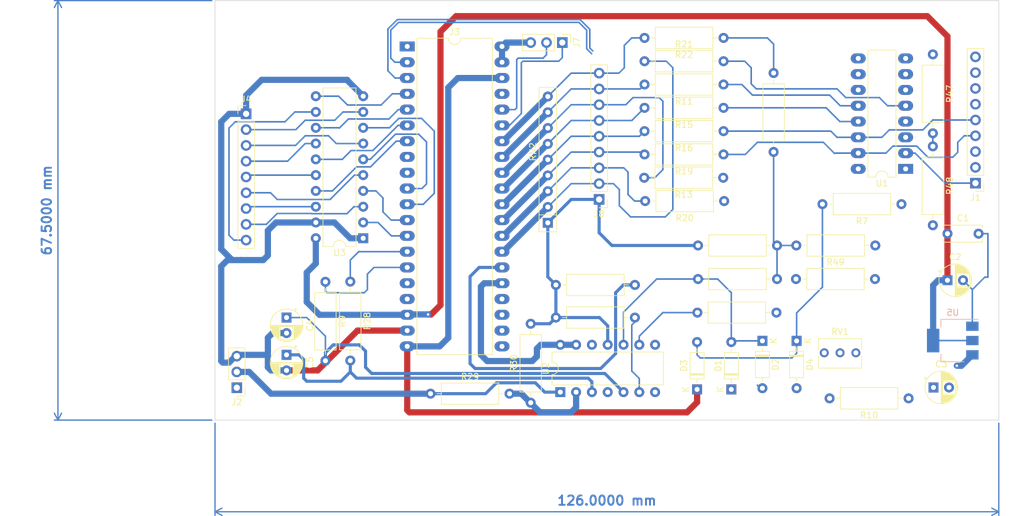
<source format=kicad_pcb>
(kicad_pcb (version 20221018) (generator pcbnew)
  (layers (0 "F.Cu" signal) (31 "B.Cu" signal) (34 "B.Paste" user) (35 "F.Paste" user) (36 "B.SilkS" user "B.Silkscreen") (37 "F.SilkS" user "F.Silkscreen") (38 "B.Mask" user) (39 "F.Mask" user) (44 "Edge.Cuts" user))
  (net 0 "")
  (net 1 "5V")
  (net 2 "GND")
  (net 3 "+12V")
  (net 4 "Net-(U2B-+)")
  (net 5 "Net-(U2A-+)")
  (net 6 "Net-(D1-A)")
  (net 7 "3V3")
  (net 8 "PA0")
  (net 9 "Net-(D3-A)")
  (net 10 "IN01")
  (net 11 "IN02")
  (net 12 "IN03")
  (net 13 "IN04")
  (net 14 "IN05")
  (net 15 "IN06")
  (net 16 "IN07")
  (net 17 "+{slash}-5V")
  (net 18 "AOUT01")
  (net 19 "AOUT02")
  (net 20 "PA11")
  (net 21 "PB11")
  (net 22 "PB10")
  (net 23 "PA1")
  (net 24 "PA12")
  (net 25 "PB8")
  (net 26 "PB9")
  (net 27 "VBAT")
  (net 28 "DOUT8")
  (net 29 "DOUT7")
  (net 30 "DOUT6")
  (net 31 "DOUT5")
  (net 32 "DOUT4")
  (net 33 "DOUT3")
  (net 34 "DOUT2")
  (net 35 "DOUT1")
  (net 36 "PB12")
  (net 37 "PB13")
  (net 38 "PB14")
  (net 39 "PB15")
  (net 40 "PA8")
  (net 41 "PA9")
  (net 42 "PA10")
  (net 43 "PC13")
  (net 44 "PC14")
  (net 45 "PA15")
  (net 46 "PB3")
  (net 47 "PB4")
  (net 48 "PB5")
  (net 49 "PB6")
  (net 50 "PB7")
  (net 51 "PC15")
  (net 52 "RST_BUTTON")
  (net 53 "Net-(R1-Pad2)")
  (net 54 "C01")
  (net 55 "OFFSET")
  (net 56 "C02")
  (net 57 "Net-(R47-Pad2)")
  (net 58 "Net-(U2B--)")
  (net 59 "Net-(U2C--)")
  (net 60 "MUX_OUT")
  (net 63 "C03")
  (net 64 "C04")
  (net 65 "C05")
  (net 66 "C06")
  (net 67 "C07")
  (net 68 "C08")
  (net 69 "Net-(U2A--)")
  (footprint "Connector_PinHeader_2.54mm:PinHeader_1x09_P2.54mm_Vertical" (layer "F.Cu") (at 124 94.22)
    (fp_text reference "J4")
    (fp_text value "Conn_01x09_Pin")
  )
  (footprint "Resistor_THT:R_Axial_DIN0309_L9.0mm_D3.2mm_P12.70mm_Horizontal" (layer "F.Cu") (at 140.75 121.215 -90)
    (fp_text reference "R28")
    (fp_text value "1k")
  )
  (footprint "Resistor_THT:R_Axial_DIN0309_L9.0mm_D3.2mm_P12.70mm_Horizontal" (layer "F.Cu") (at 200.75 93.25 180)
    (fp_text reference "R15")
    (fp_text value "10K")
  )
  (footprint "Resistor_THT:R_Axial_DIN0309_L9.0mm_D3.2mm_P12.70mm_Horizontal" (layer "F.Cu") (at 234.4 99.45 -90)
    (fp_text reference "R48")
    (fp_text value "33K")
  )
  (footprint "Connector_PinHeader_2.54mm:PinHeader_1x09_P2.54mm_Vertical" (layer "F.Cu") (at 241.25 105.37 180)
    (fp_text reference "J1")
    (fp_text value "Entradas analógicas")
  )
  (footprint "Resistor_THT:R_Axial_DIN0309_L9.0mm_D3.2mm_P12.70mm_Horizontal" (layer "F.Cu") (at 229.35 108.75 180)
    (fp_text reference "R7")
    (fp_text value "680")
  )
  (footprint "Diode_THT:D_DO-35_SOD27_P7.62mm_Horizontal" (layer "F.Cu") (at 207 130.75 -90)
    (fp_text reference "D2")
    (fp_text value "1N6263")
  )
  (footprint "Connector_PinHeader_2.54mm:PinHeader_1x09_P2.54mm_Vertical" (layer "F.Cu") (at 180.75 107.99 180)
    (fp_text reference "J8")
    (fp_text value "C_Network08")
  )
  (footprint "Capacitor_THT:CP_Radial_D5.0mm_P2.50mm" (layer "F.Cu") (at 234.5 138.25)
    (fp_text reference "C3")
    (fp_text value "100n")
  )
  (footprint "Connector_PinHeader_2.54mm:PinHeader_1x03_P2.54mm_Vertical" (layer "F.Cu") (at 122.5 138.29 180)
    (fp_text reference "J2")
    (fp_text value "Conector_salidas_analógicas")
  )
  (footprint "Resistor_THT:R_Axial_DIN0309_L9.0mm_D3.2mm_P12.70mm_Horizontal" (layer "F.Cu") (at 186.5 127 180)
    (fp_text reference "R27" hide)
    (fp_text value "100k")
  )
  (footprint "Resistor_THT:R_Axial_DIN0309_L9.0mm_D3.2mm_P12.70mm_Horizontal" (layer "F.Cu") (at 186.5 121.75 180)
    (fp_text reference "R5" hide)
    (fp_text value "100K")
  )
  (footprint "Resistor_THT:R_Axial_DIN0309_L9.0mm_D3.2mm_P12.70mm_Horizontal" (layer "F.Cu") (at 169.75 140.7 90)
    (fp_text reference "R30")
    (fp_text value "100k")
  )
  (footprint "Capacitor_THT:CP_Radial_D5.0mm_P2.50mm" (layer "F.Cu") (at 130.5 133 -90)
    (fp_text reference "C5")
    (fp_text value "22u")
  )
  (footprint "Resistor_THT:R_Axial_DIN0309_L9.0mm_D3.2mm_P12.70mm_Horizontal" (layer "F.Cu") (at 196.55 126.2)
    (fp_text reference "R4" hide)
    (fp_text value "32k")
  )
  (footprint "Diode_THT:D_DO-35_SOD27_P7.62mm_Horizontal" (layer "F.Cu") (at 196.5 138.56 90)
    (fp_text reference "D3")
    (fp_text value "1N6263")
  )
  (footprint "Package_DIP:DIP-20_W7.62mm" (layer "F.Cu") (at 142.825 114.24 180)
    (fp_text reference "U3")
    (fp_text value "74HC244")
  )
  (footprint "Capacitor_THT:C_Disc_D6.0mm_W2.5mm_P5.00mm" (layer "F.Cu") (at 236.75 113.5)
    (fp_text reference "C1")
    (fp_text value "100n")
  )
  (footprint "Resistor_THT:R_Axial_DIN0309_L9.0mm_D3.2mm_P12.70mm_Horizontal" (layer "F.Cu") (at 200.7 104.5 180)
    (fp_text reference "R13")
    (fp_text value "10K")
  )
  (footprint "Resistor_THT:R_Axial_DIN0309_L9.0mm_D3.2mm_P12.70mm_Horizontal" (layer "F.Cu") (at 200.85 108.25 180)
    (fp_text reference "R20")
    (fp_text value "10K")
  )
  (footprint "Resistor_THT:R_Axial_DIN0309_L9.0mm_D3.2mm_P12.70mm_Horizontal" (layer "F.Cu") (at 200.75 100.75 180)
    (fp_text reference "R19")
    (fp_text value "10K")
  )
  (footprint "Package_DIP:DIP-14_W7.62mm" (layer "F.Cu") (at 174.51 139 90)
    (fp_text reference "U2")
    (fp_text value "LM324")
  )
  (footprint "Diode_THT:D_DO-35_SOD27_P7.62mm_Horizontal" (layer "F.Cu") (at 202 138.56 90)
    (fp_text reference "D1")
    (fp_text value "1N6263")
  )
  (footprint "Resistor_THT:R_Array_SIP9" (layer "F.Cu") (at 172.5 111.75 90)
    (fp_text reference "RN2")
    (fp_text value "R_Network08")
  )
  (footprint "Resistor_THT:R_Axial_DIN0309_L9.0mm_D3.2mm_P12.70mm_Horizontal" (layer "F.Cu") (at 225.15 115.4 180)
    (fp_text reference "R1" hide)
    (fp_text value "22k")
  )
  (footprint "Resistor_THT:R_Axial_DIN0309_L9.0mm_D3.2mm_P12.70mm_Horizontal" (layer "F.Cu") (at 209.35 120.8 180)
    (fp_text reference "R6" hide)
    (fp_text value "680")
  )
  (footprint "Resistor_THT:R_Axial_DIN0309_L9.0mm_D3.2mm_P12.70mm_Horizontal" (layer "F.Cu") (at 234.4 84.65 -90)
    (fp_text reference "R47")
    (fp_text value "68K")
  )
  (footprint "Resistor_THT:R_Axial_DIN0309_L9.0mm_D3.2mm_P12.70mm_Horizontal" (layer "F.Cu") (at 208.8 87.65 -90)
    (fp_text reference "R3" hide)
    (fp_text value "33K")
  )
  (footprint "Package_DIP:DIP-16_W7.62mm_LongPads" (layer "F.Cu") (at 230.025 103.075 180)
    (fp_text reference "U1")
    (fp_text value "CD4051B")
  )
  (footprint "Potentiometer_THT:Potentiometer_Bourns_3266Y_Vertical" (layer "F.Cu") (at 222.025 132.675)
    (fp_text reference "RV1")
    (fp_text value "10K")
  )
  (footprint "Resistor_THT:R_Axial_DIN0309_L9.0mm_D3.2mm_P12.70mm_Horizontal" (layer "F.Cu") (at 212.4 120.8)
    (fp_text reference "R49")
    (fp_text value "10K")
  )
  (footprint "Capacitor_THT:CP_Radial_D5.0mm_P2.50mm" (layer "F.Cu") (at 130.5 127 -90)
    (fp_text reference "C4")
    (fp_text value "22u")
  )
  (footprint "Resistor_THT:R_Axial_DIN0309_L9.0mm_D3.2mm_P12.70mm_Horizontal" (layer "F.Cu") (at 200.75 82 180)
    (fp_text reference "R22")
    (fp_text value "10K")
  )
  (footprint "Resistor_THT:R_Axial_DIN0309_L9.0mm_D3.2mm_P12.70mm_Horizontal" (layer "F.Cu") (at 136.75 121.25 -90)
    (fp_text reference "R9")
    (fp_text value "1k")
  )
  (footprint "Resistor_THT:R_Axial_DIN0309_L9.0mm_D3.2mm_P12.70mm_Horizontal" (layer "F.Cu") (at 200.75 89.5 180)
    (fp_text reference "R11")
    (fp_text value "10K")
  )
  (footprint "Resistor_THT:R_Axial_DIN0309_L9.0mm_D3.2mm_P12.70mm_Horizontal" (layer "F.Cu") (at 200.75 97 180)
    (fp_text reference "R16")
    (fp_text value "10K")
  )
  (footprint "Resistor_THT:R_Axial_DIN0309_L9.0mm_D3.2mm_P12.70mm_Horizontal" (layer "F.Cu") (at 188.05 85.75)
    (fp_text reference "R21")
    (fp_text value "10K")
  )
  (footprint "Resistor_THT:R_Axial_DIN0309_L9.0mm_D3.2mm_P12.70mm_Horizontal" (layer "F.Cu") (at 209.35 115.4 180)
    (fp_text reference "R2" hide)
    (fp_text value "22K")
  )
  (footprint "Capacitor_THT:CP_Radial_D5.0mm_P2.50mm" (layer "F.Cu") (at 236.75 121)
    (fp_text reference "C2")
    (fp_text value "10u")
  )
  (footprint "Connector_PinHeader_2.54mm:PinHeader_1x03_P2.54mm_Vertical" (layer "F.Cu") (at 174.83 82.75 -90)
    (fp_text reference "J7")
    (fp_text value "RS232")
  )
  (footprint "Resistor_THT:R_Axial_DIN0309_L9.0mm_D3.2mm_P12.70mm_Horizontal" (layer "F.Cu") (at 153.65 139.25)
    (fp_text reference "R29")
    (fp_text value "150k")
  )
  (footprint "Diode_THT:D_DO-35_SOD27_P7.62mm_Horizontal" (layer "F.Cu") (at 212.5 130.75 -90)
    (fp_text reference "D4")
    (fp_text value "1N6263")
  )
  (footprint "Package_DIP:DIP-40_W15.24mm_LongPads" (layer "F.Cu") (at 149.9 83.375)
    (fp_text reference "J3")
    (fp_text value "Conn_02x20_Counter_Clockwise_MountingPin")
  )
  (footprint "Resistor_THT:R_Axial_DIN0309_L9.0mm_D3.2mm_P12.70mm_Horizontal" (layer "F.Cu") (at 230.5 140 180)
    (fp_text reference "R10")
    (fp_text value "150k")
  )
  (footprint "Package_TO_SOT_SMD:SOT-223-3_TabPin2" (layer "B.Cu") (at 237.6 130.7 180)
    (fp_text reference "U5")
    (fp_text value "AMS1117-5.0")
  )
  (gr_rect (start 119 76) (end 245 143.5) (stroke (width 0.1)) (fill none) (layer "Edge.Cuts"))
  (dimension (type aligned) (layer "B.Cu") (pts (xy 119 143.5) (xy 245 143.5)) (height 14.75) (gr_text "126,0000 mm" (at 182 156.45) (layer "B.Cu") (effects (font (size 1.5 1.5) (thickness 0.3)))) (format (prefix "") (suffix "") (units 3) (units_format 1) (precision 4)) (style (thickness 0.2) (arrow_length 1.27) (text_position_mode 0) (extension_height 0.58642) (extension_offset 0.5) keep_text_aligned))
  (dimension (type aligned) (layer "B.Cu") (pts (xy 119 76) (xy 119 143.5)) (height 25.25) (gr_text "67,5000 mm" (at 91.95 109.75 90) (layer "B.Cu") (effects (font (size 1.5 1.5) (thickness 0.3)))) (format (prefix "") (suffix "") (units 3) (units_format 1) (precision 4)) (style (thickness 0.2) (arrow_length 1.27) (text_position_mode 0) (extension_height 0.58642) (extension_offset 0.5) keep_text_aligned))
  (segment (start 155.25 81) (end 157.75 78.5) (width 1) (layer "F.Cu") (net 1))
  (segment (start 155.25 125) (end 155.25 81) (width 1) (layer "F.Cu") (net 1))
  (segment (start 155.25 125) (end 153.75 126.5) (width 1) (layer "F.Cu") (net 1))
  (segment (start 236.75 81.75) (end 236.75 113.5) (width 1) (layer "F.Cu") (net 1))
  (segment (start 157.75 78.5) (end 233.5 78.5) (width 1) (layer "F.Cu") (net 1))
  (segment (start 233.5 78.5) (end 236.75 81.75) (width 1) (layer "F.Cu") (net 1))
  (segment (start 236.75 113.5) (end 236.75 121) (width 1) (layer "F.Cu") (net 1))
  (segment (start 153.75 126.5) (end 153.25 126.5) (width 1) (layer "F.Cu") (net 1))
  (via (at 153.25 126.5) (size 0.8) (drill 0.4) (layers "F.Cu" "B.Cu") (net 1))
  (segment (start 234.45 130.7) (end 234.45 121.8) (width 1) (layer "B.Cu") (net 1))
  (segment (start 149.9 126.555) (end 135.805 126.555) (width 1) (layer "B.Cu") (net 1))
  (segment (start 133.75 119.75) (end 135.205 118.295) (width 1) (layer "B.Cu") (net 1))
  (segment (start 133.75 124.5) (end 133.75 119.75) (width 1) (layer "B.Cu") (net 1))
  (segment (start 153.25 126.5) (end 149.955 126.5) (width 1) (layer "B.Cu") (net 1))
  (segment (start 240.75 130.7) (end 234.45 130.7) (width 0.25) (layer "B.Cu") (net 1))
  (segment (start 235.25 121) (end 236.75 121) (width 1) (layer "B.Cu") (net 1))
  (segment (start 135.205 118.295) (end 135.205 114.24) (width 1) (layer "B.Cu") (net 1))
  (segment (start 149.955 126.5) (end 149.9 126.555) (width 1) (layer "B.Cu") (net 1))
  (segment (start 135.805 126.555) (end 133.75 124.5) (width 1) (layer "B.Cu") (net 1))
  (segment (start 234.45 121.8) (end 235.25 121) (width 1) (layer "B.Cu") (net 1))
  (segment (start 180.8 127) (end 182.13 128.33) (width 0.5) (layer "B.Cu") (net 2))
  (segment (start 173.8 127) (end 180.8 127) (width 0.5) (layer "B.Cu") (net 2))
  (segment (start 242.75 120.5) (end 243.25 120.5) (width 0.25) (layer "B.Cu") (net 2))
  (segment (start 240.75 122.5) (end 242.75 120.5) (width 0.25) (layer "B.Cu") (net 2))
  (segment (start 169.75 82.75) (end 165.765 82.75) (width 1) (layer "B.Cu") (net 2))
  (segment (start 240.75 122.5) (end 239.25 121) (width 0.25) (layer "B.Cu") (net 2))
  (segment (start 182.13 128.33) (end 182.13 131.38) (width 0.5) (layer "B.Cu") (net 2))
  (segment (start 240.75 128.4) (end 240.75 122.5) (width 0.25) (layer "B.Cu") (net 2))
  (segment (start 206.18 137.875) (end 206.3 137.995) (width 0.25) (layer "B.Cu") (net 2))
  (segment (start 243.25 113.5) (end 243.25 120.5) (width 0.25) (layer "B.Cu") (net 2))
  (segment (start 182.8 115.4) (end 196.65 115.4) (width 0.5) (layer "B.Cu") (net 2))
  (segment (start 180.75 113.35) (end 182.8 115.4) (width 0.5) (layer "B.Cu") (net 2))
  (segment (start 180.75 107.99) (end 176.26 107.99) (width 0.5) (layer "B.Cu") (net 2))
  (segment (start 165.14 83.375) (end 165.14 85.915) (width 1) (layer "B.Cu") (net 2))
  (segment (start 169.75 128) (end 172.8 128) (width 0.5) (layer "B.Cu") (net 2))
  (segment (start 172.5 120.45) (end 173.8 121.75) (width 0.5) (layer "B.Cu") (net 2))
  (segment (start 165.765 82.75) (end 165.14 83.375) (width 1) (layer "B.Cu") (net 2))
  (segment (start 172.8 128) (end 173.8 127) (width 0.5) (layer "B.Cu") (net 2))
  (segment (start 180.75 107.99) (end 180.75 113.35) (width 0.5) (layer "B.Cu") (net 2))
  (segment (start 172.5 111.75) (end 172.5 120.45) (width 0.5) (layer "B.Cu") (net 2))
  (segment (start 173.8 121.75) (end 173.8 127) (width 0.5) (layer "B.Cu") (net 2))
  (segment (start 176.26 107.99) (end 172.5 111.75) (width 0.5) (layer "B.Cu") (net 2))
  (segment (start 241.75 113.5) (end 243.25 113.5) (width 0.25) (layer "B.Cu") (net 2))
  (via (at 238.25 134.75) (size 0.8) (drill 0.4) (layers "F.Cu" "B.Cu") (net 3))
  (segment (start 239 134.75) (end 240.75 133) (width 1) (layer "B.Cu") (net 3))
  (segment (start 238.25 134.75) (end 239 134.75) (width 1) (layer "B.Cu") (net 3))
  (segment (start 135.5 135.5) (end 130.5 135.5) (width 1) (layer "F.Cu") (net 4))
  (segment (start 149.9 129.095) (end 141.905 129.095) (width 1) (layer "F.Cu") (net 4))
  (segment (start 141.905 129.095) (end 135.5 135.5) (width 1) (layer "F.Cu") (net 4))
  (segment (start 120 116) (end 121.75 117.75) (width 1) (layer "B.Cu") (net 4))
  (segment (start 120 118.75) (end 121 117.75) (width 1) (layer "B.Cu") (net 4))
  (segment (start 136.75 132.65) (end 136.75 133.95) (width 0.5) (layer "B.Cu") (net 4))
  (segment (start 140.74 114.24) (end 142.825 114.24) (width 1) (layer "B.Cu") (net 4))
  (segment (start 122.5 133) (end 121.25 134.25) (width 1) (layer "B.Cu") (net 4))
  (segment (start 138.2 111.7) (end 140.74 114.24) (width 1) (layer "B.Cu") (net 4))
  (segment (start 121.75 117.75) (end 123.25 117.75) (width 1) (layer "B.Cu") (net 4))
  (segment (start 143.2 135) (end 143.2 132.4) (width 0.5) (layer "B.Cu") (net 4))
  (segment (start 127.5 135) (end 128 135.5) (width 1) (layer "B.Cu") (net 4))
  (segment (start 127.5 133.25) (end 127.5 135) (width 1) (layer "B.Cu") (net 4))
  (segment (start 133.75 127) (end 130.5 127) (width 0.25) (layer "B.Cu") (net 4))
  (segment (start 181.67 136) (end 144.2 136) (width 0.5) (layer "B.Cu") (net 4))
  (segment (start 120 134) (end 120 118.75) (width 1) (layer "B.Cu") (net 4))
  (segment (start 184.67 139) (end 181.67 136) (width 0.5) (layer "B.Cu") (net 4))
  (segment (start 127.5 130.25) (end 127.5 133.25) (width 1) (layer "B.Cu") (net 4))
  (segment (start 144.2 136) (end 143.2 135) (width 0.5) (layer "B.Cu") (net 4))
  (segment (start 127.5 113) (end 128.8 111.7) (width 1) (layer "B.Cu") (net 4))
  (segment (start 128.8 111.7) (end 135.205 111.7) (width 1) (layer "B.Cu") (net 4))
  (segment (start 121.25 134.25) (end 120.25 134.25) (width 1) (layer "B.Cu") (net 4))
  (segment (start 121.28 94.22) (end 120 95.5) (width 1) (layer "B.Cu") (net 4))
  (segment (start 120 95.5) (end 120 116) (width 1) (layer "B.Cu") (net 4))
  (segment (start 126.5 117.75) (end 126.75 117.75) (width 1) (layer "B.Cu") (net 4))
  (segment (start 126.75 117.75) (end 127.5 117) (width 1) (layer "B.Cu") (net 4))
  (segment (start 138 131.4) (end 136.75 132.65) (width 0.5) (layer "B.Cu") (net 4))
  (segment (start 128 135.5) (end 130.5 135.5) (width 1) (layer "B.Cu") (net 4))
  (segment (start 120.25 134.25) (end 120 134) (width 1) (layer "B.Cu") (net 4))
  (segment (start 126.5 88.75) (end 124 91.25) (width 1) (layer "B.Cu") (net 4))
  (segment (start 121 117.75) (end 121.75 117.75) (width 1) (layer "B.Cu") (net 4))
  (segment (start 123.25 117.75) (end 126.5 117.75) (width 1) (layer "B.Cu") (net 4))
  (segment (start 124 94.22) (end 121.28 94.22) (width 1) (layer "B.Cu") (net 4))
  (segment (start 136.75 133.95) (end 136.75 130) (width 0.25) (layer "B.Cu") (net 4))
  (segment (start 127.5 117) (end 127.5 113) (width 1) (layer "B.Cu") (net 4))
  (segment (start 122.5 133) (end 127.25 133) (width 1) (layer "B.Cu") (net 4))
  (segment (start 140.25 88.75) (end 126.5 88.75) (width 1) (layer "B.Cu") (net 4))
  (segment (start 140.25 88.805) (end 140.25 88.75) (width 1) (layer "B.Cu") (net 4))
  (segment (start 142.2 131.4) (end 138 131.4) (width 0.5) (layer "B.Cu") (net 4))
  (segment (start 143.2 132.4) (end 142.2 131.4) (width 0.5) (layer "B.Cu") (net 4))
  (segment (start 142.885 114.3) (end 142.825 114.24) (width 1) (layer "B.Cu") (net 4))
  (segment (start 124 91.25) (end 124 94.22) (width 1) (layer "B.Cu") (net 4))
  (segment (start 136.75 130) (end 133.75 127) (width 0.25) (layer "B.Cu") (net 4))
  (segment (start 128.25 129.5) (end 127.5 130.25) (width 1) (layer "B.Cu") (net 4))
  (segment (start 127.25 133) (end 127.5 133.25) (width 1) (layer "B.Cu") (net 4))
  (segment (start 130.5 129.5) (end 128.25 129.5) (width 1) (layer "B.Cu") (net 4))
  (segment (start 135.205 111.7) (end 138.2 111.7) (width 1) (layer "B.Cu") (net 4))
  (segment (start 142.825 91.38) (end 140.25 88.805) (width 1) (layer "B.Cu") (net 4))
  (segment (start 133.75 137.25) (end 139.25 137.25) (width 0.5) (layer "B.Cu") (net 5))
  (segment (start 141.75 136.75) (end 140.75 135.75) (width 0.5) (layer "B.Cu") (net 5))
  (segment (start 133.25 133.75) (end 133.25 136.75) (width 0.5) (layer "B.Cu") (net 5))
  (segment (start 130.5 133) (end 132.5 133) (width 0.5) (layer "B.Cu") (net 5))
  (segment (start 179.59 137.34) (end 179 136.75) (width 0.5) (layer "B.Cu") (net 5))
  (segment (start 139.25 137.25) (end 140.75 135.75) (width 0.5) (layer "B.Cu") (net 5))
  (segment (start 132.5 133) (end 133.25 133.75) (width 0.5) (layer "B.Cu") (net 5))
  (segment (start 179.59 139) (end 179.59 137.34) (width 0.5) (layer "B.Cu") (net 5))
  (segment (start 133.25 136.75) (end 133.75 137.25) (width 0.5) (layer "B.Cu") (net 5))
  (segment (start 179 136.75) (end 141.75 136.75) (width 0.5) (layer "B.Cu") (net 5))
  (segment (start 140.75 135.75) (end 140.75 133.915) (width 0.5) (layer "B.Cu") (net 5))
  (segment (start 199.8 120.8) (end 202 123) (width 0.25) (layer "B.Cu") (net 6))
  (segment (start 196.65 120.8) (end 190 120.8) (width 0.25) (layer "B.Cu") (net 6))
  (segment (start 207 130.75) (end 202.19 130.75) (width 0.25) (layer "B.Cu") (net 6))
  (segment (start 184.67 126.13) (end 184.67 131.38) (width 0.25) (layer "B.Cu") (net 6))
  (segment (start 196.65 120.8) (end 199.8 120.8) (width 0.25) (layer "B.Cu") (net 6))
  (segment (start 202.19 130.75) (end 202 130.94) (width 0.25) (layer "B.Cu") (net 6))
  (segment (start 202 123) (end 202 130.94) (width 0.25) (layer "B.Cu") (net 6))
  (segment (start 202.495 130.375) (end 202.5 130.38) (width 0.25) (layer "B.Cu") (net 6))
  (segment (start 190 120.8) (end 184.67 126.13) (width 0.25) (layer "B.Cu") (net 6))
  (segment (start 150.25 142.25) (end 194.87 142.25) (width 1) (layer "F.Cu") (net 7))
  (segment (start 149.9 141.9) (end 150.25 142.25) (width 1) (layer "F.Cu") (net 7))
  (segment (start 196.5 140.62) (end 196.5 138.56) (width 1) (layer "F.Cu") (net 7))
  (segment (start 194.87 142.25) (end 196.5 140.62) (width 1) (layer "F.Cu") (net 7))
  (segment (start 149.9 131.635) (end 149.9 141.9) (width 1) (layer "F.Cu") (net 7))
  (segment (start 156.5 90) (end 158.045 88.455) (width 1) (layer "B.Cu") (net 7))
  (segment (start 156.5 130.25) (end 156.5 90) (width 1) (layer "B.Cu") (net 7))
  (segment (start 158.045 88.455) (end 165.14 88.455) (width 1) (layer "B.Cu") (net 7))
  (segment (start 149.9 131.635) (end 155.115 131.635) (width 1) (layer "B.Cu") (net 7))
  (segment (start 155.115 131.635) (end 156.5 130.25) (width 1) (layer "B.Cu") (net 7))
  (segment (start 160 134.4) (end 160 120.4) (width 0.5) (layer "B.Cu") (net 8))
  (segment (start 160.8 135.2) (end 160 134.4) (width 0.5) (layer "B.Cu") (net 8))
  (segment (start 160 120.4) (end 161.465 118.935) (width 0.5) (layer "B.Cu") (net 8))
  (segment (start 183.4 132.8) (end 181 135.2) (width 0.5) (layer "B.Cu") (net 8))
  (segment (start 161.465 118.935) (end 165.14 118.935) (width 0.5) (layer "B.Cu") (net 8))
  (segment (start 181 135.2) (end 160.8 135.2) (width 0.5) (layer "B.Cu") (net 8))
  (segment (start 184.65 121.75) (end 183.4 123) (width 0.5) (layer "B.Cu") (net 8))
  (segment (start 183.4 123) (end 183.4 132.8) (width 0.5) (layer "B.Cu") (net 8))
  (segment (start 186.5 121.75) (end 184.65 121.75) (width 0.5) (layer "B.Cu") (net 8))
  (segment (start 216.65 108.75) (end 216.65 122.1) (width 0.25) (layer "B.Cu") (net 9))
  (segment (start 196.5 133) (end 197 133.5) (width 0.25) (layer "B.Cu") (net 9))
  (segment (start 212.5 126.25) (end 212.5 130.75) (width 0.25) (layer "B.Cu") (net 9))
  (segment (start 216.65 122.1) (end 212.5 126.25) (width 0.25) (layer "B.Cu") (net 9))
  (segment (start 197 133.5) (end 211.75 133.5) (width 0.25) (layer "B.Cu") (net 9))
  (segment (start 196.5 130.94) (end 196.5 133) (width 0.25) (layer "B.Cu") (net 9))
  (segment (start 212.5 132.75) (end 212.5 130.75) (width 0.25) (layer "B.Cu") (net 9))
  (segment (start 211.75 133.5) (end 212.5 132.75) (width 0.25) (layer "B.Cu") (net 9))
  (segment (start 219.515 92.915) (end 222.405 92.915) (width 0.25) (layer "B.Cu") (net 10))
  (segment (start 217.8 91.2) (end 219.515 92.915) (width 0.25) (layer "B.Cu") (net 10))
  (segment (start 200.75 89.5) (end 203.7 89.5) (width 0.25) (layer "B.Cu") (net 10))
  (segment (start 203.7 89.5) (end 205.4 91.2) (width 0.25) (layer "B.Cu") (net 10))
  (segment (start 205.4 91.2) (end 217.8 91.2) (width 0.25) (layer "B.Cu") (net 10))
  (segment (start 200.75 93.25) (end 217.25 93.25) (width 0.25) (layer "B.Cu") (net 12))
  (segment (start 217.25 93.25) (end 219.455 95.455) (width 0.25) (layer "B.Cu") (net 12))
  (segment (start 219.455 95.455) (end 222.405 95.455) (width 0.25) (layer "B.Cu") (net 12))
  (segment (start 200.75 97) (end 218 97) (width 0.25) (layer "B.Cu") (net 13))
  (segment (start 218 97) (end 219 98) (width 0.25) (layer "B.Cu") (net 13))
  (segment (start 226.205 97.995) (end 227.4 96.8) (width 0.25) (layer "B.Cu") (net 13))
  (segment (start 227.4 96.8) (end 232.8 96.8) (width 0.25) (layer "B.Cu") (net 13))
  (segment (start 232.8 96.8) (end 234.4 95.2) (width 0.25) (layer "B.Cu") (net 13))
  (segment (start 219 98) (end 219.005 97.995) (width 0.25) (layer "B.Cu") (net 13))
  (segment (start 219.005 97.995) (end 222.405 97.995) (width 0.25) (layer "B.Cu") (net 13))
  (segment (start 234.4 95.2) (end 234.41 95.21) (width 0.25) (layer "B.Cu") (net 13))
  (segment (start 234.41 95.21) (end 241.25 95.21) (width 0.25) (layer "B.Cu") (net 13))
  (segment (start 222.405 97.995) (end 226.205 97.995) (width 0.25) (layer "B.Cu") (net 13))
  (segment (start 218.6 100.6) (end 218.665 100.535) (width 0.25) (layer "B.Cu") (net 14))
  (segment (start 226.865 100.535) (end 228 99.4) (width 0.25) (layer "B.Cu") (net 14))
  (segment (start 238.4 98.8) (end 239.45 97.75) (width 0.25) (layer "B.Cu") (net 14))
  (segment (start 228 99.4) (end 228.01 99.41) (width 0.25) (layer "B.Cu") (net 14))
  (segment (start 206.2 98.8) (end 216.8 98.8) (width 0.25) (layer "B.Cu") (net 14))
  (segment (start 238.4 100.4) (end 238.4 98.8) (width 0.25) (layer "B.Cu") (net 14))
  (segment (start 231.81 99.41) (end 233.6 101.2) (width 0.25) (layer "B.Cu") (net 14))
  (segment (start 218.665 100.535) (end 222.405 100.535) (width 0.25) (layer "B.Cu") (net 14))
  (segment (start 200.75 100.75) (end 204.25 100.75) (width 0.25) (layer "B.Cu") (net 14))
  (segment (start 216.8 98.8) (end 218.6 100.6) (width 0.25) (layer "B.Cu") (net 14))
  (segment (start 204.25 100.75) (end 206.2 98.8) (width 0.25) (layer "B.Cu") (net 14))
  (segment (start 222.405 100.535) (end 226.865 100.535) (width 0.25) (layer "B.Cu") (net 14))
  (segment (start 228.01 99.41) (end 231.81 99.41) (width 0.25) (layer "B.Cu") (net 14))
  (segment (start 237.6 101.2) (end 238.4 100.4) (width 0.25) (layer "B.Cu") (net 14))
  (segment (start 239.45 97.75) (end 241.25 97.75) (width 0.25) (layer "B.Cu") (net 14))
  (segment (start 233.6 101.2) (end 237.6 101.2) (width 0.25) (layer "B.Cu") (net 14))
  (segment (start 236.37 105.37) (end 241.25 105.37) (width 0.25) (layer "B.Cu") (net 15))
  (segment (start 230.025 100.535) (end 231.535 100.535) (width 0.25) (layer "B.Cu") (net 15))
  (segment (start 231.535 100.535) (end 236.37 105.37) (width 0.25) (layer "B.Cu") (net 15))
  (segment (start 204.15 85.75) (end 200.75 85.75) (width 0.25) (layer "B.Cu") (net 16))
  (segment (start 205.2 89.4) (end 205.2 86.8) (width 0.25) (layer "B.Cu") (net 16))
  (segment (start 206 90.2) (end 205.2 89.4) (width 0.25) (layer "B.Cu") (net 16))
  (segment (start 225.8 91.6) (end 220.4 91.6) (width 0.25) (layer "B.Cu") (net 16))
  (segment (start 227.115 92.915) (end 225.8 91.6) (width 0.25) (layer "B.Cu") (net 16))
  (segment (start 219 90.2) (end 206 90.2) (width 0.25) (layer "B.Cu") (net 16))
  (segment (start 230.025 92.915) (end 227.115 92.915) (width 0.25) (layer "B.Cu") (net 16))
  (segment (start 220.4 91.6) (end 219 90.2) (width 0.25) (layer "B.Cu") (net 16))
  (segment (start 205.2 86.8) (end 204.15 85.75) (width 0.25) (layer "B.Cu") (net 16))
  (segment (start 207.8 82) (end 200.75 82) (width 0.25) (layer "B.Cu") (net 17))
  (segment (start 208.8 87.65) (end 208.8 83) (width 0.25) (layer "B.Cu") (net 17))
  (segment (start 208.8 83) (end 207.8 82) (width 0.25) (layer "B.Cu") (net 17))
  (segment (start 124.5 135.75) (end 122.5 135.75) (width 1) (layer "B.Cu") (net 19))
  (segment (start 164.25 137.5) (end 162.5 139.25) (width 0.5) (layer "B.Cu") (net 19))
  (segment (start 153.65 139.25) (end 128 139.25) (width 1) (layer "B.Cu") (net 19))
  (segment (start 170.5 137.5) (end 164.25 137.5) (width 0.5) (layer "B.Cu") (net 19))
  (segment (start 128 139.25) (end 124.5 135.75) (width 1) (layer "B.Cu") (net 19))
  (segment (start 174.51 139) (end 172 139) (width 0.5) (layer "B.Cu") (net 19))
  (segment (start 172 139) (end 170.5 137.5) (width 0.5) (layer "B.Cu") (net 19))
  (segment (start 162.5 139.25) (end 153.65 139.25) (width 0.5) (layer "B.Cu") (net 19))
  (segment (start 171.75 85.25) (end 172.29 84.71) (width 0.25) (layer "B.Cu") (net 21))
  (segment (start 165.14 93.535) (end 167.215 93.535) (width 0.25) (layer "B.Cu") (net 21))
  (segment (start 167.215 93.535) (end 167.5 93.25) (width 0.25) (layer "B.Cu") (net 21))
  (segment (start 167.5 85.5) (end 167.75 85.25) (width 0.25) (layer "B.Cu") (net 21))
  (segment (start 172.29 84.71) (end 172.29 82.75) (width 0.25) (layer "B.Cu") (net 21))
  (segment (start 167.5 93.25) (end 167.5 85.5) (width 0.25) (layer "B.Cu") (net 21))
  (segment (start 167.75 85.25) (end 171.75 85.25) (width 0.25) (layer "B.Cu") (net 21))
  (segment (start 174.83 82.75) (end 174.83 85.17) (width 0.25) (layer "B.Cu") (net 22))
  (segment (start 166.34 96.075) (end 165.14 96.075) (width 0.25) (layer "B.Cu") (net 22))
  (segment (start 168.25 94.165) (end 166.34 96.075) (width 0.25) (layer "B.Cu") (net 22))
  (segment (start 168.5 85.75) (end 168.25 86) (width 0.25) (layer "B.Cu") (net 22))
  (segment (start 174.25 85.75) (end 168.5 85.75) (width 0.25) (layer "B.Cu") (net 22))
  (segment (start 168.25 86) (end 168.25 94.165) (width 0.25) (layer "B.Cu") (net 22))
  (segment (start 174.83 85.17) (end 174.25 85.75) (width 0.25) (layer "B.Cu") (net 22))
  (segment (start 161.75 133) (end 162.75 134) (width 1) (layer "B.Cu") (net 23))
  (segment (start 161.75 122) (end 161.75 133) (width 1) (layer "B.Cu") (net 23))
  (segment (start 165.14 121.475) (end 162.275 121.475) (width 1) (layer "B.Cu") (net 23))
  (segment (start 162.75 134) (end 170 134) (width 1) (layer "B.Cu") (net 23))
  (segment (start 174.51 131.38) (end 171.37 131.38) (width 1) (layer "B.Cu") (net 23))
  (segment (start 170.75 133.25) (end 170.75 132) (width 1) (layer "B.Cu") (net 23))
  (segment (start 171.37 131.38) (end 170.75 132) (width 1) (layer "B.Cu") (net 23))
  (segment (start 162.275 121.475) (end 161.75 122) (width 1) (layer "B.Cu") (net 23))
  (segment (start 174.51 131.38) (end 177.05 131.38) (width 1) (layer "B.Cu") (net 23))
  (segment (start 170 134) (end 170.75 133.25) (width 1) (layer "B.Cu") (net 23))
  (segment (start 121.25 113.75) (end 122.04 114.54) (width 0.25) (layer "B.Cu") (net 28))
  (segment (start 122.25 95.5) (end 121.25 96.5) (width 0.25) (layer "B.Cu") (net 28))
  (segment (start 131.83 93.92) (end 130.25 95.5) (width 0.25) (layer "B.Cu") (net 28))
  (segment (start 121.25 96.5) (end 121.25 113.75) (width 0.25) (layer "B.Cu") (net 28))
  (segment (start 122.04 114.54) (end 124 114.54) (width 0.25) (layer "B.Cu") (net 28))
  (segment (start 130.25 95.5) (end 122.25 95.5) (width 0.25) (layer "B.Cu") (net 28))
  (segment (start 135.205 93.92) (end 131.83 93.92) (width 0.25) (layer "B.Cu") (net 28))
  (segment (start 129 110.25) (end 127.25 112) (width 0.25) (layer "B.Cu") (net 29))
  (segment (start 141.34 109.16) (end 140.215 110.285) (width 0.25) (layer "B.Cu") (net 29))
  (segment (start 142.885 109.22) (end 142.825 109.16) (width 0.25) (layer "B.Cu") (net 29))
  (segment (start 142.825 109.16) (end 141.34 109.16) (width 0.25) (layer "B.Cu") (net 29))
  (segment (start 127.25 112) (end 124 112) (width 0.25) (layer "B.Cu") (net 29))
  (segment (start 134.5 110.25) (end 129 110.25) (width 0.25) (layer "B.Cu") (net 29))
  (segment (start 134.535 110.285) (end 134.5 110.25) (width 0.25) (layer "B.Cu") (net 29))
  (segment (start 140.215 110.285) (end 134.535 110.285) (width 0.25) (layer "B.Cu") (net 29))
  (segment (start 137.5 108) (end 129 108) (width 0.25) (layer "B.Cu") (net 30))
  (segment (start 141.42 104.08) (end 137.5 108) (width 0.25) (layer "B.Cu") (net 30))
  (segment (start 127.92 106.92) (end 124 106.92) (width 0.25) (layer "B.Cu") (net 30))
  (segment (start 129 108) (end 127.92 106.92) (width 0.25) (layer "B.Cu") (net 30))
  (segment (start 142.825 104.08) (end 141.42 104.08) (width 0.25) (layer "B.Cu") (net 30))
  (segment (start 135.205 109.16) (end 124.3 109.16) (width 0.25) (layer "B.Cu") (net 31))
  (segment (start 124.3 109.16) (end 124 109.46) (width 0.25) (layer "B.Cu") (net 31))
  (segment (start 135.205 104.08) (end 124.3 104.08) (width 0.25) (layer "B.Cu") (net 32))
  (segment (start 124.3 104.08) (end 124 104.38) (width 0.25) (layer "B.Cu") (net 32))
  (segment (start 130.66 101.84) (end 124 101.84) (width 0.25) (layer "B.Cu") (net 33))
  (segment (start 135.205 99) (end 133.5 99) (width 0.25) (layer "B.Cu") (net 33))
  (segment (start 133.5 99) (end 130.66 101.84) (width 0.25) (layer "B.Cu") (net 33))
  (segment (start 137.25 97.75) (end 133.5 97.75) (width 0.25) (layer "B.Cu") (net 34))
  (segment (start 142.825 99) (end 138.5 99) (width 0.25) (layer "B.Cu") (net 34))
  (segment (start 133.5 97.75) (end 131.95 99.3) (width 0.25) (layer "B.Cu") (net 34))
  (segment (start 131.95 99.3) (end 124 99.3) (width 0.25) (layer "B.Cu") (net 34))
  (segment (start 138.5 99) (end 137.25 97.75) (width 0.25) (layer "B.Cu") (net 34))
  (segment (start 138.25 95.25) (end 133.5 95.25) (width 0.25) (layer "B.Cu") (net 35))
  (segment (start 142.825 93.92) (end 139.58 93.92) (width 0.25) (layer "B.Cu") (net 35))
  (segment (start 131.99 96.76) (end 124 96.76) (width 0.25) (layer "B.Cu") (net 35))
  (segment (start 133.5 95.25) (end 131.99 96.76) (width 0.25) (layer "B.Cu") (net 35))
  (segment (start 139.58 93.92) (end 138.25 95.25) (width 0.25) (layer "B.Cu") (net 35))
  (segment (start 147.25 85.25) (end 147.25 80.75) (width 0.25) (layer "B.Cu") (net 37))
  (segment (start 178.75 80.75) (end 178.75 83.75) (width 0.25) (layer "B.Cu") (net 37))
  (segment (start 147.25 80.75) (end 148.5 79.5) (width 0.25) (layer "B.Cu") (net 37))
  (segment (start 148.5 79.5) (end 177.5 79.5) (width 0.25) (layer "B.Cu") (net 37))
  (segment (start 178.75 83.75) (end 179.55 84.55) (width 0.25) (layer "B.Cu") (net 37))
  (segment (start 149.9 85.915) (end 147.915 85.915) (width 0.25) (layer "B.Cu") (net 37))
  (segment (start 177.5 79.5) (end 178.75 80.75) (width 0.25) (layer "B.Cu") (net 37))
  (segment (start 147.915 85.915) (end 147.25 85.25) (width 0.25) (layer "B.Cu") (net 37))
  (segment (start 177.686396 79.05) (end 179.25 80.613604) (width 0.25) (layer "B.Cu") (net 38))
  (segment (start 146.8 87.3) (end 146.8 80.563604) (width 0.25) (layer "B.Cu") (net 38))
  (segment (start 147.955 88.455) (end 146.8 87.3) (width 0.25) (layer "B.Cu") (net 38))
  (segment (start 179.25 80.613604) (end 179.25 83.613604) (width 0.25) (layer "B.Cu") (net 38))
  (segment (start 148.313604 79.05) (end 177.686396 79.05) (width 0.25) (layer "B.Cu") (net 38))
  (segment (start 179.25 83.613604) (end 179.736396 84.1) (width 0.25) (layer "B.Cu") (net 38))
  (segment (start 146.8 80.563604) (end 148.313604 79.05) (width 0.25) (layer "B.Cu") (net 38))
  (segment (start 149.9 88.455) (end 147.955 88.455) (width 0.25) (layer "B.Cu") (net 38))
  (segment (start 135.205 91.38) (end 138.88 91.38) (width 0.25) (layer "B.Cu") (net 39))
  (segment (start 140.295 92.795) (end 145.705 92.795) (width 0.25) (layer "B.Cu") (net 39))
  (segment (start 147.505 90.995) (end 149.9 90.995) (width 0.25) (layer "B.Cu") (net 39))
  (segment (start 145.705 92.795) (end 147.505 90.995) (width 0.25) (layer "B.Cu") (net 39))
  (segment (start 138.88 91.38) (end 140.295 92.795) (width 0.25) (layer "B.Cu") (net 39))
  (segment (start 140.455 95.045) (end 139 96.5) (width 0.25) (layer "B.Cu") (net 40))
  (segment (start 146.955 95.045) (end 140.455 95.045) (width 0.25) (layer "B.Cu") (net 40))
  (segment (start 149.9 93.535) (end 148.465 93.535) (width 0.25) (layer "B.Cu") (net 40))
  (segment (start 138.96 96.46) (end 135.205 96.46) (width 0.25) (layer "B.Cu") (net 40))
  (segment (start 148.465 93.535) (end 146.955 95.045) (width 0.25) (layer "B.Cu") (net 40))
  (segment (start 139 96.5) (end 138.96 96.46) (width 0.25) (layer "B.Cu") (net 40))
  (segment (start 148.425 96.075) (end 149.9 96.075) (width 0.25) (layer "B.Cu") (net 41))
  (segment (start 135.205 101.54) (end 139.46 101.54) (width 0.25) (layer "B.Cu") (net 41))
  (segment (start 144.375 100.125) (end 148.425 96.075) (width 0.25) (layer "B.Cu") (net 41))
  (segment (start 139.46 101.54) (end 140.875 100.125) (width 0.25) (layer "B.Cu") (net 41))
  (segment (start 140.875 100.125) (end 144.375 100.125) (width 0.25) (layer "B.Cu") (net 41))
  (segment (start 144 102.75) (end 141.75 102.75) (width 0.25) (layer "B.Cu") (net 42))
  (segment (start 149.9 98.615) (end 148.135 98.615) (width 0.25) (layer "B.Cu") (net 42))
  (segment (start 137.88 106.62) (end 135.205 106.62) (width 0.25) (layer "B.Cu") (net 42))
  (segment (start 148.135 98.615) (end 144 102.75) (width 0.25) (layer "B.Cu") (net 42))
  (segment (start 141.75 102.75) (end 137.88 106.62) (width 0.25) (layer "B.Cu") (net 42))
  (segment (start 143.96 101.54) (end 148.01 97.49) (width 0.25) (layer "B.Cu") (net 45))
  (segment (start 151.74 97.49) (end 153 98.75) (width 0.25) (layer "B.Cu") (net 45))
  (segment (start 153 98.75) (end 153 105.5) (width 0.25) (layer "B.Cu") (net 45))
  (segment (start 153 105.5) (end 152.265 106.235) (width 0.25) (layer "B.Cu") (net 45))
  (segment (start 142.825 101.54) (end 143.96 101.54) (width 0.25) (layer "B.Cu") (net 45))
  (segment (start 152.265 106.235) (end 149.9 106.235) (width 0.25) (layer "B.Cu") (net 45))
  (segment (start 148.01 97.49) (end 151.74 97.49) (width 0.25) (layer "B.Cu") (net 45))
  (segment (start 152.2 94.95) (end 148.55 94.95) (width 0.25) (layer "B.Cu") (net 46))
  (segment (start 149.9 108.775) (end 152.475 108.775) (width 0.25) (layer "B.Cu") (net 46))
  (segment (start 154.25 107) (end 154.25 97) (width 0.25) (layer "B.Cu") (net 46))
  (segment (start 148.55 94.95) (end 147.04 96.46) (width 0.25) (layer "B.Cu") (net 46))
  (segment (start 152.475 108.775) (end 154.25 107) (width 0.25) (layer "B.Cu") (net 46))
  (segment (start 154.25 97) (end 152.2 94.95) (width 0.25) (layer "B.Cu") (net 46))
  (segment (start 147.04 96.46) (end 142.825 96.46) (width 0.25) (layer "B.Cu") (net 46))
  (segment (start 147.315 111.315) (end 146 110) (width 0.25) (layer "B.Cu") (net 47))
  (segment (start 149.9 111.315) (end 147.315 111.315) (width 0.25) (layer "B.Cu") (net 47))
  (segment (start 146 110) (end 146 107.75) (width 0.25) (layer "B.Cu") (net 47))
  (segment (start 146 107.75) (end 144.87 106.62) (width 0.25) (layer "B.Cu") (net 47))
  (segment (start 144.87 106.62) (end 142.825 106.62) (width 0.25) (layer "B.Cu") (net 47))
  (segment (start 142.885 106.68) (end 142.825 106.62) (width 0.25) (layer "B.Cu") (net 47))
  (segment (start 145.2 111.7) (end 147.355 113.855) (width 0.25) (layer "B.Cu") (net 48))
  (segment (start 147.355 113.855) (end 149.9 113.855) (width 0.25) (layer "B.Cu") (net 48))
  (segment (start 142.825 111.7) (end 145.2 111.7) (width 0.25) (layer "B.Cu") (net 48))
  (segment (start 142.885 111.76) (end 142.825 111.7) (width 0.25) (layer "B.Cu") (net 48))
  (segment (start 149.9 116.395) (end 142.105 116.395) (width 0.25) (layer "B.Cu") (net 49))
  (segment (start 140.75 117.75) (end 140.75 121.215) (width 0.25) (layer "B.Cu") (net 49))
  (segment (start 142.105 116.395) (end 140.75 117.75) (width 0.25) (layer "B.Cu") (net 49))
  (segment (start 136.75 121.25) (end 136.75 122.75) (width 0.25) (layer "B.Cu") (net 50))
  (segment (start 143.5 120) (end 144.565 118.935) (width 0.25) (layer "B.Cu") (net 50))
  (segment (start 143 123) (end 143.5 122.5) (width 0.25) (layer "B.Cu") (net 50))
  (segment (start 143.5 122.5) (end 143.5 120) (width 0.25) (layer "B.Cu") (net 50))
  (segment (start 137 123) (end 143 123) (width 0.25) (layer "B.Cu") (net 50))
  (segment (start 144.565 118.935) (end 149.9 118.935) (width 0.25) (layer "B.Cu") (net 50))
  (segment (start 136.75 122.75) (end 137 123) (width 0.25) (layer "B.Cu") (net 50))
  (segment (start 208.8 114.85) (end 209.35 115.4) (width 0.25) (layer "B.Cu") (net 53))
  (segment (start 208.8 100.35) (end 208.8 114.85) (width 0.25) (layer "B.Cu") (net 53))
  (segment (start 209.35 115.4) (end 209.35 120.8) (width 0.25) (layer "B.Cu") (net 53))
  (segment (start 212.45 115.4) (end 209.35 115.4) (width 0.25) (layer "B.Cu") (net 53))
  (segment (start 176.26 90.21) (end 172.5 93.97) (width 0.25) (layer "B.Cu") (net 54))
  (segment (start 187.34 90.21) (end 188.05 89.5) (width 0.25) (layer "B.Cu") (net 54))
  (segment (start 165.315 101.155) (end 165.14 101.155) (width 0.25) (layer "B.Cu") (net 54))
  (segment (start 180.75 90.21) (end 187.34 90.21) (width 0.25) (layer "B.Cu") (net 54))
  (segment (start 172.5 93.97) (end 165.315 101.155) (width 1) (layer "B.Cu") (net 54))
  (segment (start 180.75 90.21) (end 176.26 90.21) (width 0.25) (layer "B.Cu") (net 54))
  (segment (start 186.2 91.6) (end 190.4 91.6) (width 0.25) (layer "B.Cu") (net 56))
  (segment (start 189.7 104.5) (end 188 104.5) (width 0.25) (layer "B.Cu") (net 56))
  (segment (start 191 103.2) (end 189.7 104.5) (width 0.25) (layer "B.Cu") (net 56))
  (segment (start 176.26 92.75) (end 172.5 96.51) (width 0.25) (layer "B.Cu") (net 56))
  (segment (start 180.75 92.75) (end 176.26 92.75) (width 0.25) (layer "B.Cu") (net 56))
  (segment (start 172.5 96.51) (end 165.315 103.695) (width 1) (layer "B.Cu") (net 56))
  (segment (start 185.05 92.75) (end 186.2 91.6) (width 0.25) (layer "B.Cu") (net 56))
  (segment (start 191 92.2) (end 191 103.2) (width 0.25) (layer "B.Cu") (net 56))
  (segment (start 190.4 91.6) (end 191 92.2) (width 0.25) (layer "B.Cu") (net 56))
  (segment (start 180.75 92.75) (end 185.05 92.75) (width 0.25) (layer "B.Cu") (net 56))
  (segment (start 165.315 103.695) (end 165.14 103.695) (width 0.25) (layer "B.Cu") (net 56))
  (segment (start 234.4 97.35) (end 234.4 99.45) (width 0.25) (layer "B.Cu") (net 57))
  (segment (start 186.5 127) (end 186.5 127.7) (width 0.25) (layer "B.Cu") (net 58))
  (segment (start 186 128.2) (end 186 135.6) (width 0.25) (layer "B.Cu") (net 58))
  (segment (start 187.21 136.81) (end 187.21 139) (width 0.25) (layer "B.Cu") (net 58))
  (segment (start 186.5 127.7) (end 186 128.2) (width 0.25) (layer "B.Cu") (net 58))
  (segment (start 186 135.6) (end 187.21 136.81) (width 0.25) (layer "B.Cu") (net 58))
  (segment (start 187.21 131.38) (end 187.21 129.99) (width 0.25) (layer "B.Cu") (net 59))
  (segment (start 187.21 129.99) (end 191 126.2) (width 0.25) (layer "B.Cu") (net 59))
  (segment (start 191 126.2) (end 196.55 126.2) (width 0.25) (layer "B.Cu") (net 59))
  (segment (start 180.75 95.29) (end 186.01 95.29) (width 0.25) (layer "B.Cu") (net 63))
  (segment (start 180.75 95.29) (end 176.26 95.29) (width 0.25) (layer "B.Cu") (net 63))
  (segment (start 176.26 95.29) (end 172.5 99.05) (width 0.25) (layer "B.Cu") (net 63))
  (segment (start 165.315 106.235) (end 165.14 106.235) (width 0.25) (layer "B.Cu") (net 63))
  (segment (start 186.01 95.29) (end 188.05 93.25) (width 0.25) (layer "B.Cu") (net 63))
  (segment (start 172.5 99.05) (end 165.315 106.235) (width 1) (layer "B.Cu") (net 63))
  (segment (start 180.75 97.83) (end 187.22 97.83) (width 0.25) (layer "B.Cu") (net 64))
  (segment (start 180.75 97.83) (end 176.26 97.83) (width 0.25) (layer "B.Cu") (net 64))
  (segment (start 165.315 108.775) (end 165.14 108.775) (width 0.25) (layer "B.Cu") (net 64))
  (segment (start 187.22 97.83) (end 188.05 97) (width 0.25) (layer "B.Cu") (net 64))
  (segment (start 176.26 97.83) (end 172.5 101.59) (width 0.25) (layer "B.Cu") (net 64))
  (segment (start 172.5 101.59) (end 165.315 108.775) (width 1) (layer "B.Cu") (net 64))
  (segment (start 165.315 111.315) (end 165.14 111.315) (width 0.25) (layer "B.Cu") (net 65))
  (segment (start 180.75 100.37) (end 187.67 100.37) (width 0.25) (layer "B.Cu") (net 65))
  (segment (start 172.5 104.13) (end 165.315 111.315) (width 1) (layer "B.Cu") (net 65))
  (segment (start 180.75 100.37) (end 176.26 100.37) (width 0.25) (layer "B.Cu") (net 65))
  (segment (start 176.26 100.37) (end 172.5 104.13) (width 0.25) (layer "B.Cu") (net 65))
  (segment (start 187.67 100.37) (end 188.05 100.75) (width 0.25) (layer "B.Cu") (net 65))
  (segment (start 186.45 108.25) (end 188.15 108.25) (width 0.25) (layer "B.Cu") (net 66))
  (segment (start 180.75 102.91) (end 184.71 102.91) (width 0.25) (layer "B.Cu") (net 66))
  (segment (start 180.75 102.91) (end 176.26 102.91) (width 0.25) (layer "B.Cu") (net 66))
  (segment (start 176.26 102.91) (end 172.5 106.67) (width 0.25) (layer "B.Cu") (net 66))
  (segment (start 184.71 102.91) (end 185.4 103.6) (width 0.25) (layer "B.Cu") (net 66))
  (segment (start 185.4 107.2) (end 186.45 108.25) (width 0.25) (layer "B.Cu") (net 66))
  (segment (start 165.315 113.855) (end 165.14 113.855) (width 0.25) (layer "B.Cu") (net 66))
  (segment (start 185.4 103.6) (end 185.4 107.2) (width 0.25) (layer "B.Cu") (net 66))
  (segment (start 172.5 106.67) (end 165.315 113.855) (width 1) (layer "B.Cu") (net 66))
  (segment (start 192.6 86.8) (end 191.55 85.75) (width 0.25) (layer "B.Cu") (net 67))
  (segment (start 180.75 105.45) (end 183.05 105.45) (width 0.25) (layer "B.Cu") (net 67))
  (segment (start 165.315 116.395) (end 165.14 116.395) (width 0.25) (layer "B.Cu") (net 67))
  (segment (start 176.26 105.45) (end 172.5 109.21) (width 0.25) (layer "B.Cu") (net 67))
  (segment (start 191.55 85.75) (end 188.05 85.75) (width 0.25) (layer "B.Cu") (net 67))
  (segment (start 185.8 110.8) (end 191.4 110.8) (width 0.25) (layer "B.Cu") (net 67))
  (segment (start 183.05 105.45) (end 184 106.4) (width 0.25) (layer "B.Cu") (net 67))
  (segment (start 172.5 109.21) (end 165.315 116.395) (width 1) (layer "B.Cu") (net 67))
  (segment (start 184 106.4) (end 184 109) (width 0.25) (layer "B.Cu") (net 67))
  (segment (start 184 109) (end 185.8 110.8) (width 0.25) (layer "B.Cu") (net 67))
  (segment (start 180.75 105.45) (end 176.26 105.45) (width 0.25) (layer "B.Cu") (net 67))
  (segment (start 191.4 110.8) (end 192.6 109.6) (width 0.25) (layer "B.Cu") (net 67))
  (segment (start 192.6 109.6) (end 192.6 86.8) (width 0.25) (layer "B.Cu") (net 67))
  (segment (start 183.93 87.67) (end 180.75 87.67) (width 0.25) (layer "B.Cu") (net 68))
  (segment (start 184.8 86.8) (end 183.93 87.67) (width 0.25) (layer "B.Cu") (net 68))
  (segment (start 176.26 87.67) (end 172.5 91.43) (width 0.25) (layer "B.Cu") (net 68))
  (segment (start 186 82) (end 184.8 83.2) (width 0.25) (layer "B.Cu") (net 68))
  (segment (start 184.8 83.2) (end 184.8 86.8) (width 0.25) (layer "B.Cu") (net 68))
  (segment (start 172.5 91.43) (end 165.315 98.615) (width 1) (layer "B.Cu") (net 68))
  (segment (start 165.315 98.615) (end 165.14 98.615) (width 0.25) (layer "B.Cu") (net 68))
  (segment (start 188.05 82) (end 186 82) (width 0.25) (layer "B.Cu") (net 68))
  (segment (start 180.75 87.67) (end 176.26 87.67) (width 0.25) (layer "B.Cu") (net 68))
  (segment (start 168.25 139.25) (end 168.625 139.625) (width 1) (layer "B.Cu") (net 69))
  (segment (start 168.625 139.625) (end 171.25 142.25) (width 1) (layer "B.Cu") (net 69))
  (segment (start 177.05 141.45) (end 177.05 139) (width 1) (layer "B.Cu") (net 69))
  (segment (start 176.25 142.25) (end 177.05 141.45) (width 1) (layer "B.Cu") (net 69))
  (segment (start 171.25 142.25) (end 176.25 142.25) (width 1) (layer "B.Cu") (net 69))
  (segment (start 166.35 139.25) (end 168.25 139.25) (width 1) (layer "B.Cu") (net 69))
)
</source>
